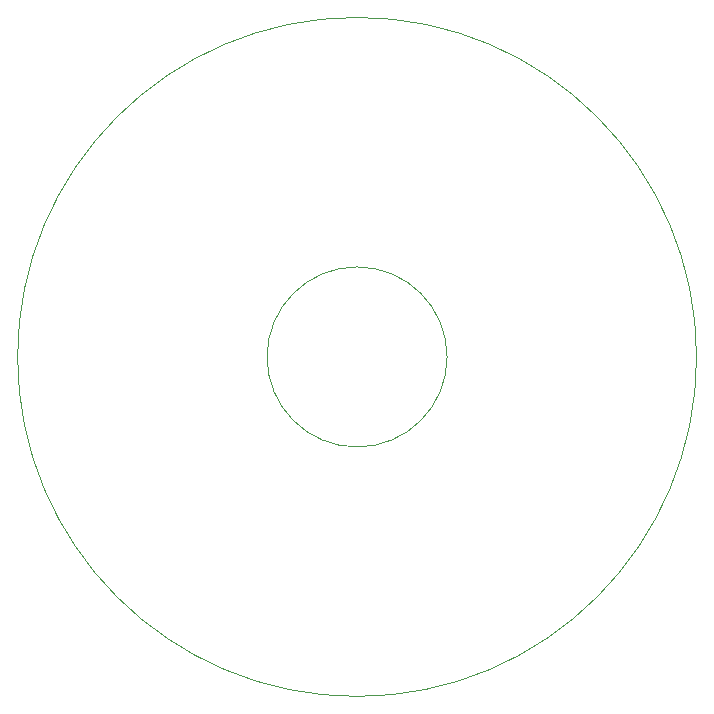
<source format=gbr>
%TF.GenerationSoftware,KiCad,Pcbnew,(6.0.4)*%
%TF.CreationDate,2022-07-19T15:21:12-07:00*%
%TF.ProjectId,Contact Side,436f6e74-6163-4742-9053-6964652e6b69,rev?*%
%TF.SameCoordinates,Original*%
%TF.FileFunction,Profile,NP*%
%FSLAX46Y46*%
G04 Gerber Fmt 4.6, Leading zero omitted, Abs format (unit mm)*
G04 Created by KiCad (PCBNEW (6.0.4)) date 2022-07-19 15:21:12*
%MOMM*%
%LPD*%
G01*
G04 APERTURE LIST*
%TA.AperFunction,Profile*%
%ADD10C,0.100000*%
%TD*%
G04 APERTURE END LIST*
D10*
X7624210Y0D02*
G75*
G03*
X7624210Y0I-7624210J0D01*
G01*
X28742773Y0D02*
G75*
G03*
X28742773Y0I-28742773J0D01*
G01*
M02*

</source>
